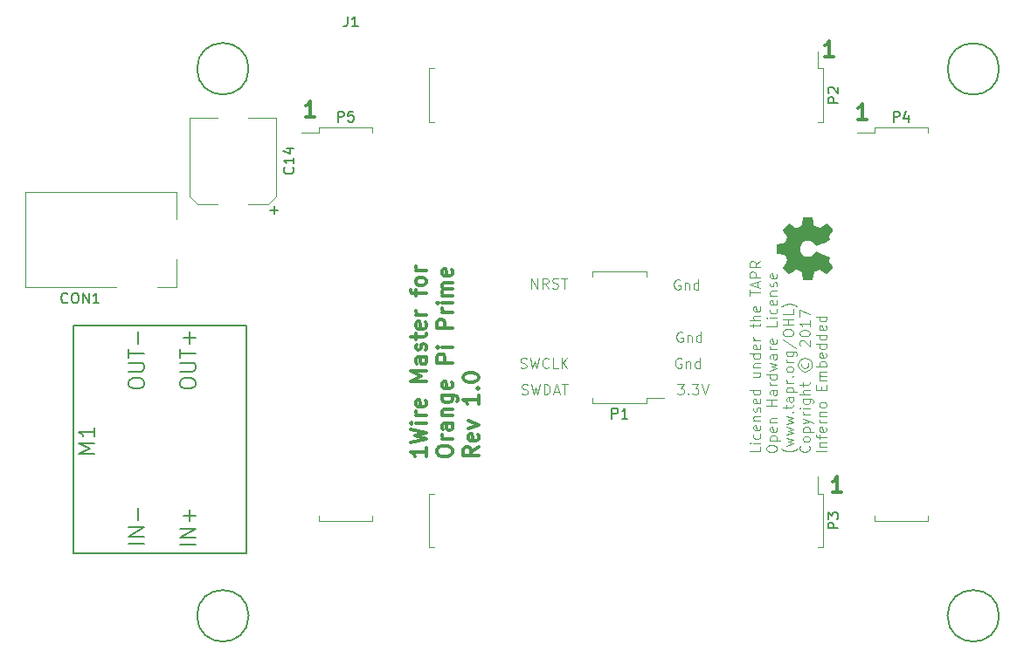
<source format=gto>
G04 #@! TF.FileFunction,Legend,Top*
%FSLAX46Y46*%
G04 Gerber Fmt 4.6, Leading zero omitted, Abs format (unit mm)*
G04 Created by KiCad (PCBNEW 4.0.6) date 06/24/17 11:35:38*
%MOMM*%
%LPD*%
G01*
G04 APERTURE LIST*
%ADD10C,0.100000*%
%ADD11C,0.300000*%
%ADD12C,0.150000*%
%ADD13C,0.120000*%
%ADD14C,0.002540*%
G04 APERTURE END LIST*
D10*
X67610381Y19891286D02*
X67610381Y19415095D01*
X66610381Y19415095D01*
X67610381Y20224619D02*
X66943714Y20224619D01*
X66610381Y20224619D02*
X66658000Y20177000D01*
X66705619Y20224619D01*
X66658000Y20272238D01*
X66610381Y20224619D01*
X66705619Y20224619D01*
X67562762Y21129381D02*
X67610381Y21034143D01*
X67610381Y20843666D01*
X67562762Y20748428D01*
X67515143Y20700809D01*
X67419905Y20653190D01*
X67134190Y20653190D01*
X67038952Y20700809D01*
X66991333Y20748428D01*
X66943714Y20843666D01*
X66943714Y21034143D01*
X66991333Y21129381D01*
X67562762Y21938905D02*
X67610381Y21843667D01*
X67610381Y21653190D01*
X67562762Y21557952D01*
X67467524Y21510333D01*
X67086571Y21510333D01*
X66991333Y21557952D01*
X66943714Y21653190D01*
X66943714Y21843667D01*
X66991333Y21938905D01*
X67086571Y21986524D01*
X67181810Y21986524D01*
X67277048Y21510333D01*
X66943714Y22415095D02*
X67610381Y22415095D01*
X67038952Y22415095D02*
X66991333Y22462714D01*
X66943714Y22557952D01*
X66943714Y22700810D01*
X66991333Y22796048D01*
X67086571Y22843667D01*
X67610381Y22843667D01*
X67562762Y23272238D02*
X67610381Y23367476D01*
X67610381Y23557952D01*
X67562762Y23653191D01*
X67467524Y23700810D01*
X67419905Y23700810D01*
X67324667Y23653191D01*
X67277048Y23557952D01*
X67277048Y23415095D01*
X67229429Y23319857D01*
X67134190Y23272238D01*
X67086571Y23272238D01*
X66991333Y23319857D01*
X66943714Y23415095D01*
X66943714Y23557952D01*
X66991333Y23653191D01*
X67562762Y24510334D02*
X67610381Y24415096D01*
X67610381Y24224619D01*
X67562762Y24129381D01*
X67467524Y24081762D01*
X67086571Y24081762D01*
X66991333Y24129381D01*
X66943714Y24224619D01*
X66943714Y24415096D01*
X66991333Y24510334D01*
X67086571Y24557953D01*
X67181810Y24557953D01*
X67277048Y24081762D01*
X67610381Y25415096D02*
X66610381Y25415096D01*
X67562762Y25415096D02*
X67610381Y25319858D01*
X67610381Y25129381D01*
X67562762Y25034143D01*
X67515143Y24986524D01*
X67419905Y24938905D01*
X67134190Y24938905D01*
X67038952Y24986524D01*
X66991333Y25034143D01*
X66943714Y25129381D01*
X66943714Y25319858D01*
X66991333Y25415096D01*
X66943714Y27081763D02*
X67610381Y27081763D01*
X66943714Y26653191D02*
X67467524Y26653191D01*
X67562762Y26700810D01*
X67610381Y26796048D01*
X67610381Y26938906D01*
X67562762Y27034144D01*
X67515143Y27081763D01*
X66943714Y27557953D02*
X67610381Y27557953D01*
X67038952Y27557953D02*
X66991333Y27605572D01*
X66943714Y27700810D01*
X66943714Y27843668D01*
X66991333Y27938906D01*
X67086571Y27986525D01*
X67610381Y27986525D01*
X67610381Y28891287D02*
X66610381Y28891287D01*
X67562762Y28891287D02*
X67610381Y28796049D01*
X67610381Y28605572D01*
X67562762Y28510334D01*
X67515143Y28462715D01*
X67419905Y28415096D01*
X67134190Y28415096D01*
X67038952Y28462715D01*
X66991333Y28510334D01*
X66943714Y28605572D01*
X66943714Y28796049D01*
X66991333Y28891287D01*
X67562762Y29748430D02*
X67610381Y29653192D01*
X67610381Y29462715D01*
X67562762Y29367477D01*
X67467524Y29319858D01*
X67086571Y29319858D01*
X66991333Y29367477D01*
X66943714Y29462715D01*
X66943714Y29653192D01*
X66991333Y29748430D01*
X67086571Y29796049D01*
X67181810Y29796049D01*
X67277048Y29319858D01*
X67610381Y30224620D02*
X66943714Y30224620D01*
X67134190Y30224620D02*
X67038952Y30272239D01*
X66991333Y30319858D01*
X66943714Y30415096D01*
X66943714Y30510335D01*
X66943714Y31462716D02*
X66943714Y31843668D01*
X66610381Y31605573D02*
X67467524Y31605573D01*
X67562762Y31653192D01*
X67610381Y31748430D01*
X67610381Y31843668D01*
X67610381Y32177002D02*
X66610381Y32177002D01*
X67610381Y32605574D02*
X67086571Y32605574D01*
X66991333Y32557955D01*
X66943714Y32462717D01*
X66943714Y32319859D01*
X66991333Y32224621D01*
X67038952Y32177002D01*
X67562762Y33462717D02*
X67610381Y33367479D01*
X67610381Y33177002D01*
X67562762Y33081764D01*
X67467524Y33034145D01*
X67086571Y33034145D01*
X66991333Y33081764D01*
X66943714Y33177002D01*
X66943714Y33367479D01*
X66991333Y33462717D01*
X67086571Y33510336D01*
X67181810Y33510336D01*
X67277048Y33034145D01*
X66610381Y34557955D02*
X66610381Y35129384D01*
X67610381Y34843669D02*
X66610381Y34843669D01*
X67324667Y35415098D02*
X67324667Y35891289D01*
X67610381Y35319860D02*
X66610381Y35653193D01*
X67610381Y35986527D01*
X67610381Y36319860D02*
X66610381Y36319860D01*
X66610381Y36700813D01*
X66658000Y36796051D01*
X66705619Y36843670D01*
X66800857Y36891289D01*
X66943714Y36891289D01*
X67038952Y36843670D01*
X67086571Y36796051D01*
X67134190Y36700813D01*
X67134190Y36319860D01*
X67610381Y37891289D02*
X67134190Y37557955D01*
X67610381Y37319860D02*
X66610381Y37319860D01*
X66610381Y37700813D01*
X66658000Y37796051D01*
X66705619Y37843670D01*
X66800857Y37891289D01*
X66943714Y37891289D01*
X67038952Y37843670D01*
X67086571Y37796051D01*
X67134190Y37700813D01*
X67134190Y37319860D01*
X68210381Y19605571D02*
X68210381Y19796048D01*
X68258000Y19891286D01*
X68353238Y19986524D01*
X68543714Y20034143D01*
X68877048Y20034143D01*
X69067524Y19986524D01*
X69162762Y19891286D01*
X69210381Y19796048D01*
X69210381Y19605571D01*
X69162762Y19510333D01*
X69067524Y19415095D01*
X68877048Y19367476D01*
X68543714Y19367476D01*
X68353238Y19415095D01*
X68258000Y19510333D01*
X68210381Y19605571D01*
X68543714Y20462714D02*
X69543714Y20462714D01*
X68591333Y20462714D02*
X68543714Y20557952D01*
X68543714Y20748429D01*
X68591333Y20843667D01*
X68638952Y20891286D01*
X68734190Y20938905D01*
X69019905Y20938905D01*
X69115143Y20891286D01*
X69162762Y20843667D01*
X69210381Y20748429D01*
X69210381Y20557952D01*
X69162762Y20462714D01*
X69162762Y21748429D02*
X69210381Y21653191D01*
X69210381Y21462714D01*
X69162762Y21367476D01*
X69067524Y21319857D01*
X68686571Y21319857D01*
X68591333Y21367476D01*
X68543714Y21462714D01*
X68543714Y21653191D01*
X68591333Y21748429D01*
X68686571Y21796048D01*
X68781810Y21796048D01*
X68877048Y21319857D01*
X68543714Y22224619D02*
X69210381Y22224619D01*
X68638952Y22224619D02*
X68591333Y22272238D01*
X68543714Y22367476D01*
X68543714Y22510334D01*
X68591333Y22605572D01*
X68686571Y22653191D01*
X69210381Y22653191D01*
X69210381Y23891286D02*
X68210381Y23891286D01*
X68686571Y23891286D02*
X68686571Y24462715D01*
X69210381Y24462715D02*
X68210381Y24462715D01*
X69210381Y25367477D02*
X68686571Y25367477D01*
X68591333Y25319858D01*
X68543714Y25224620D01*
X68543714Y25034143D01*
X68591333Y24938905D01*
X69162762Y25367477D02*
X69210381Y25272239D01*
X69210381Y25034143D01*
X69162762Y24938905D01*
X69067524Y24891286D01*
X68972286Y24891286D01*
X68877048Y24938905D01*
X68829429Y25034143D01*
X68829429Y25272239D01*
X68781810Y25367477D01*
X69210381Y25843667D02*
X68543714Y25843667D01*
X68734190Y25843667D02*
X68638952Y25891286D01*
X68591333Y25938905D01*
X68543714Y26034143D01*
X68543714Y26129382D01*
X69210381Y26891287D02*
X68210381Y26891287D01*
X69162762Y26891287D02*
X69210381Y26796049D01*
X69210381Y26605572D01*
X69162762Y26510334D01*
X69115143Y26462715D01*
X69019905Y26415096D01*
X68734190Y26415096D01*
X68638952Y26462715D01*
X68591333Y26510334D01*
X68543714Y26605572D01*
X68543714Y26796049D01*
X68591333Y26891287D01*
X68543714Y27272239D02*
X69210381Y27462715D01*
X68734190Y27653192D01*
X69210381Y27843668D01*
X68543714Y28034144D01*
X69210381Y28843668D02*
X68686571Y28843668D01*
X68591333Y28796049D01*
X68543714Y28700811D01*
X68543714Y28510334D01*
X68591333Y28415096D01*
X69162762Y28843668D02*
X69210381Y28748430D01*
X69210381Y28510334D01*
X69162762Y28415096D01*
X69067524Y28367477D01*
X68972286Y28367477D01*
X68877048Y28415096D01*
X68829429Y28510334D01*
X68829429Y28748430D01*
X68781810Y28843668D01*
X69210381Y29319858D02*
X68543714Y29319858D01*
X68734190Y29319858D02*
X68638952Y29367477D01*
X68591333Y29415096D01*
X68543714Y29510334D01*
X68543714Y29605573D01*
X69162762Y30319859D02*
X69210381Y30224621D01*
X69210381Y30034144D01*
X69162762Y29938906D01*
X69067524Y29891287D01*
X68686571Y29891287D01*
X68591333Y29938906D01*
X68543714Y30034144D01*
X68543714Y30224621D01*
X68591333Y30319859D01*
X68686571Y30367478D01*
X68781810Y30367478D01*
X68877048Y29891287D01*
X69210381Y32034145D02*
X69210381Y31557954D01*
X68210381Y31557954D01*
X69210381Y32367478D02*
X68543714Y32367478D01*
X68210381Y32367478D02*
X68258000Y32319859D01*
X68305619Y32367478D01*
X68258000Y32415097D01*
X68210381Y32367478D01*
X68305619Y32367478D01*
X69162762Y33272240D02*
X69210381Y33177002D01*
X69210381Y32986525D01*
X69162762Y32891287D01*
X69115143Y32843668D01*
X69019905Y32796049D01*
X68734190Y32796049D01*
X68638952Y32843668D01*
X68591333Y32891287D01*
X68543714Y32986525D01*
X68543714Y33177002D01*
X68591333Y33272240D01*
X69162762Y34081764D02*
X69210381Y33986526D01*
X69210381Y33796049D01*
X69162762Y33700811D01*
X69067524Y33653192D01*
X68686571Y33653192D01*
X68591333Y33700811D01*
X68543714Y33796049D01*
X68543714Y33986526D01*
X68591333Y34081764D01*
X68686571Y34129383D01*
X68781810Y34129383D01*
X68877048Y33653192D01*
X68543714Y34557954D02*
X69210381Y34557954D01*
X68638952Y34557954D02*
X68591333Y34605573D01*
X68543714Y34700811D01*
X68543714Y34843669D01*
X68591333Y34938907D01*
X68686571Y34986526D01*
X69210381Y34986526D01*
X69162762Y35415097D02*
X69210381Y35510335D01*
X69210381Y35700811D01*
X69162762Y35796050D01*
X69067524Y35843669D01*
X69019905Y35843669D01*
X68924667Y35796050D01*
X68877048Y35700811D01*
X68877048Y35557954D01*
X68829429Y35462716D01*
X68734190Y35415097D01*
X68686571Y35415097D01*
X68591333Y35462716D01*
X68543714Y35557954D01*
X68543714Y35700811D01*
X68591333Y35796050D01*
X69162762Y36653193D02*
X69210381Y36557955D01*
X69210381Y36367478D01*
X69162762Y36272240D01*
X69067524Y36224621D01*
X68686571Y36224621D01*
X68591333Y36272240D01*
X68543714Y36367478D01*
X68543714Y36557955D01*
X68591333Y36653193D01*
X68686571Y36700812D01*
X68781810Y36700812D01*
X68877048Y36224621D01*
X71191333Y19700810D02*
X71143714Y19653190D01*
X71000857Y19557952D01*
X70905619Y19510333D01*
X70762762Y19462714D01*
X70524667Y19415095D01*
X70334190Y19415095D01*
X70096095Y19462714D01*
X69953238Y19510333D01*
X69858000Y19557952D01*
X69715143Y19653190D01*
X69667524Y19700810D01*
X70143714Y19986524D02*
X70810381Y20177000D01*
X70334190Y20367477D01*
X70810381Y20557953D01*
X70143714Y20748429D01*
X70143714Y21034143D02*
X70810381Y21224619D01*
X70334190Y21415096D01*
X70810381Y21605572D01*
X70143714Y21796048D01*
X70143714Y22081762D02*
X70810381Y22272238D01*
X70334190Y22462715D01*
X70810381Y22653191D01*
X70143714Y22843667D01*
X70715143Y23224619D02*
X70762762Y23272238D01*
X70810381Y23224619D01*
X70762762Y23177000D01*
X70715143Y23224619D01*
X70810381Y23224619D01*
X70143714Y23557952D02*
X70143714Y23938904D01*
X69810381Y23700809D02*
X70667524Y23700809D01*
X70762762Y23748428D01*
X70810381Y23843666D01*
X70810381Y23938904D01*
X70810381Y24700810D02*
X70286571Y24700810D01*
X70191333Y24653191D01*
X70143714Y24557953D01*
X70143714Y24367476D01*
X70191333Y24272238D01*
X70762762Y24700810D02*
X70810381Y24605572D01*
X70810381Y24367476D01*
X70762762Y24272238D01*
X70667524Y24224619D01*
X70572286Y24224619D01*
X70477048Y24272238D01*
X70429429Y24367476D01*
X70429429Y24605572D01*
X70381810Y24700810D01*
X70143714Y25177000D02*
X71143714Y25177000D01*
X70191333Y25177000D02*
X70143714Y25272238D01*
X70143714Y25462715D01*
X70191333Y25557953D01*
X70238952Y25605572D01*
X70334190Y25653191D01*
X70619905Y25653191D01*
X70715143Y25605572D01*
X70762762Y25557953D01*
X70810381Y25462715D01*
X70810381Y25272238D01*
X70762762Y25177000D01*
X70810381Y26081762D02*
X70143714Y26081762D01*
X70334190Y26081762D02*
X70238952Y26129381D01*
X70191333Y26177000D01*
X70143714Y26272238D01*
X70143714Y26367477D01*
X70715143Y26700810D02*
X70762762Y26748429D01*
X70810381Y26700810D01*
X70762762Y26653191D01*
X70715143Y26700810D01*
X70810381Y26700810D01*
X70810381Y27319857D02*
X70762762Y27224619D01*
X70715143Y27177000D01*
X70619905Y27129381D01*
X70334190Y27129381D01*
X70238952Y27177000D01*
X70191333Y27224619D01*
X70143714Y27319857D01*
X70143714Y27462715D01*
X70191333Y27557953D01*
X70238952Y27605572D01*
X70334190Y27653191D01*
X70619905Y27653191D01*
X70715143Y27605572D01*
X70762762Y27557953D01*
X70810381Y27462715D01*
X70810381Y27319857D01*
X70810381Y28081762D02*
X70143714Y28081762D01*
X70334190Y28081762D02*
X70238952Y28129381D01*
X70191333Y28177000D01*
X70143714Y28272238D01*
X70143714Y28367477D01*
X70143714Y29129382D02*
X70953238Y29129382D01*
X71048476Y29081763D01*
X71096095Y29034144D01*
X71143714Y28938905D01*
X71143714Y28796048D01*
X71096095Y28700810D01*
X70762762Y29129382D02*
X70810381Y29034144D01*
X70810381Y28843667D01*
X70762762Y28748429D01*
X70715143Y28700810D01*
X70619905Y28653191D01*
X70334190Y28653191D01*
X70238952Y28700810D01*
X70191333Y28748429D01*
X70143714Y28843667D01*
X70143714Y29034144D01*
X70191333Y29129382D01*
X69762762Y30319858D02*
X71048476Y29462715D01*
X69810381Y30843667D02*
X69810381Y31034144D01*
X69858000Y31129382D01*
X69953238Y31224620D01*
X70143714Y31272239D01*
X70477048Y31272239D01*
X70667524Y31224620D01*
X70762762Y31129382D01*
X70810381Y31034144D01*
X70810381Y30843667D01*
X70762762Y30748429D01*
X70667524Y30653191D01*
X70477048Y30605572D01*
X70143714Y30605572D01*
X69953238Y30653191D01*
X69858000Y30748429D01*
X69810381Y30843667D01*
X70810381Y31700810D02*
X69810381Y31700810D01*
X70286571Y31700810D02*
X70286571Y32272239D01*
X70810381Y32272239D02*
X69810381Y32272239D01*
X70810381Y33224620D02*
X70810381Y32748429D01*
X69810381Y32748429D01*
X71191333Y33462715D02*
X71143714Y33510334D01*
X71000857Y33605572D01*
X70905619Y33653191D01*
X70762762Y33700810D01*
X70524667Y33748429D01*
X70334190Y33748429D01*
X70096095Y33700810D01*
X69953238Y33653191D01*
X69858000Y33605572D01*
X69715143Y33510334D01*
X69667524Y33462715D01*
X72315143Y19986524D02*
X72362762Y19938905D01*
X72410381Y19796048D01*
X72410381Y19700810D01*
X72362762Y19557952D01*
X72267524Y19462714D01*
X72172286Y19415095D01*
X71981810Y19367476D01*
X71838952Y19367476D01*
X71648476Y19415095D01*
X71553238Y19462714D01*
X71458000Y19557952D01*
X71410381Y19700810D01*
X71410381Y19796048D01*
X71458000Y19938905D01*
X71505619Y19986524D01*
X72410381Y20557952D02*
X72362762Y20462714D01*
X72315143Y20415095D01*
X72219905Y20367476D01*
X71934190Y20367476D01*
X71838952Y20415095D01*
X71791333Y20462714D01*
X71743714Y20557952D01*
X71743714Y20700810D01*
X71791333Y20796048D01*
X71838952Y20843667D01*
X71934190Y20891286D01*
X72219905Y20891286D01*
X72315143Y20843667D01*
X72362762Y20796048D01*
X72410381Y20700810D01*
X72410381Y20557952D01*
X71743714Y21319857D02*
X72743714Y21319857D01*
X71791333Y21319857D02*
X71743714Y21415095D01*
X71743714Y21605572D01*
X71791333Y21700810D01*
X71838952Y21748429D01*
X71934190Y21796048D01*
X72219905Y21796048D01*
X72315143Y21748429D01*
X72362762Y21700810D01*
X72410381Y21605572D01*
X72410381Y21415095D01*
X72362762Y21319857D01*
X71743714Y22129381D02*
X72410381Y22367476D01*
X71743714Y22605572D02*
X72410381Y22367476D01*
X72648476Y22272238D01*
X72696095Y22224619D01*
X72743714Y22129381D01*
X72410381Y22986524D02*
X71743714Y22986524D01*
X71934190Y22986524D02*
X71838952Y23034143D01*
X71791333Y23081762D01*
X71743714Y23177000D01*
X71743714Y23272239D01*
X72410381Y23605572D02*
X71743714Y23605572D01*
X71410381Y23605572D02*
X71458000Y23557953D01*
X71505619Y23605572D01*
X71458000Y23653191D01*
X71410381Y23605572D01*
X71505619Y23605572D01*
X71743714Y24510334D02*
X72553238Y24510334D01*
X72648476Y24462715D01*
X72696095Y24415096D01*
X72743714Y24319857D01*
X72743714Y24177000D01*
X72696095Y24081762D01*
X72362762Y24510334D02*
X72410381Y24415096D01*
X72410381Y24224619D01*
X72362762Y24129381D01*
X72315143Y24081762D01*
X72219905Y24034143D01*
X71934190Y24034143D01*
X71838952Y24081762D01*
X71791333Y24129381D01*
X71743714Y24224619D01*
X71743714Y24415096D01*
X71791333Y24510334D01*
X72410381Y24986524D02*
X71410381Y24986524D01*
X72410381Y25415096D02*
X71886571Y25415096D01*
X71791333Y25367477D01*
X71743714Y25272239D01*
X71743714Y25129381D01*
X71791333Y25034143D01*
X71838952Y24986524D01*
X71743714Y25748429D02*
X71743714Y26129381D01*
X71410381Y25891286D02*
X72267524Y25891286D01*
X72362762Y25938905D01*
X72410381Y26034143D01*
X72410381Y26129381D01*
X71648476Y28034144D02*
X71600857Y27938906D01*
X71600857Y27748430D01*
X71648476Y27653192D01*
X71743714Y27557954D01*
X71838952Y27510335D01*
X72029429Y27510335D01*
X72124667Y27557954D01*
X72219905Y27653192D01*
X72267524Y27748430D01*
X72267524Y27938906D01*
X72219905Y28034144D01*
X71267524Y27843668D02*
X71315143Y27605573D01*
X71458000Y27367477D01*
X71696095Y27224620D01*
X71934190Y27177001D01*
X72172286Y27224620D01*
X72410381Y27367477D01*
X72553238Y27605573D01*
X72600857Y27843668D01*
X72553238Y28081763D01*
X72410381Y28319858D01*
X72172286Y28462715D01*
X71934190Y28510335D01*
X71696095Y28462715D01*
X71458000Y28319858D01*
X71315143Y28081763D01*
X71267524Y27843668D01*
X71505619Y29653192D02*
X71458000Y29700811D01*
X71410381Y29796049D01*
X71410381Y30034145D01*
X71458000Y30129383D01*
X71505619Y30177002D01*
X71600857Y30224621D01*
X71696095Y30224621D01*
X71838952Y30177002D01*
X72410381Y29605573D01*
X72410381Y30224621D01*
X71410381Y30843668D02*
X71410381Y30938907D01*
X71458000Y31034145D01*
X71505619Y31081764D01*
X71600857Y31129383D01*
X71791333Y31177002D01*
X72029429Y31177002D01*
X72219905Y31129383D01*
X72315143Y31081764D01*
X72362762Y31034145D01*
X72410381Y30938907D01*
X72410381Y30843668D01*
X72362762Y30748430D01*
X72315143Y30700811D01*
X72219905Y30653192D01*
X72029429Y30605573D01*
X71791333Y30605573D01*
X71600857Y30653192D01*
X71505619Y30700811D01*
X71458000Y30748430D01*
X71410381Y30843668D01*
X72410381Y32129383D02*
X72410381Y31557954D01*
X72410381Y31843668D02*
X71410381Y31843668D01*
X71553238Y31748430D01*
X71648476Y31653192D01*
X71696095Y31557954D01*
X71410381Y32462716D02*
X71410381Y33129383D01*
X72410381Y32700811D01*
X74010381Y19415095D02*
X73010381Y19415095D01*
X73343714Y19891285D02*
X74010381Y19891285D01*
X73438952Y19891285D02*
X73391333Y19938904D01*
X73343714Y20034142D01*
X73343714Y20177000D01*
X73391333Y20272238D01*
X73486571Y20319857D01*
X74010381Y20319857D01*
X73343714Y20653190D02*
X73343714Y21034142D01*
X74010381Y20796047D02*
X73153238Y20796047D01*
X73058000Y20843666D01*
X73010381Y20938904D01*
X73010381Y21034142D01*
X73962762Y21748429D02*
X74010381Y21653191D01*
X74010381Y21462714D01*
X73962762Y21367476D01*
X73867524Y21319857D01*
X73486571Y21319857D01*
X73391333Y21367476D01*
X73343714Y21462714D01*
X73343714Y21653191D01*
X73391333Y21748429D01*
X73486571Y21796048D01*
X73581810Y21796048D01*
X73677048Y21319857D01*
X74010381Y22224619D02*
X73343714Y22224619D01*
X73534190Y22224619D02*
X73438952Y22272238D01*
X73391333Y22319857D01*
X73343714Y22415095D01*
X73343714Y22510334D01*
X73343714Y22843667D02*
X74010381Y22843667D01*
X73438952Y22843667D02*
X73391333Y22891286D01*
X73343714Y22986524D01*
X73343714Y23129382D01*
X73391333Y23224620D01*
X73486571Y23272239D01*
X74010381Y23272239D01*
X74010381Y23891286D02*
X73962762Y23796048D01*
X73915143Y23748429D01*
X73819905Y23700810D01*
X73534190Y23700810D01*
X73438952Y23748429D01*
X73391333Y23796048D01*
X73343714Y23891286D01*
X73343714Y24034144D01*
X73391333Y24129382D01*
X73438952Y24177001D01*
X73534190Y24224620D01*
X73819905Y24224620D01*
X73915143Y24177001D01*
X73962762Y24129382D01*
X74010381Y24034144D01*
X74010381Y23891286D01*
X73486571Y25415096D02*
X73486571Y25748430D01*
X74010381Y25891287D02*
X74010381Y25415096D01*
X73010381Y25415096D01*
X73010381Y25891287D01*
X74010381Y26319858D02*
X73343714Y26319858D01*
X73438952Y26319858D02*
X73391333Y26367477D01*
X73343714Y26462715D01*
X73343714Y26605573D01*
X73391333Y26700811D01*
X73486571Y26748430D01*
X74010381Y26748430D01*
X73486571Y26748430D02*
X73391333Y26796049D01*
X73343714Y26891287D01*
X73343714Y27034144D01*
X73391333Y27129382D01*
X73486571Y27177001D01*
X74010381Y27177001D01*
X74010381Y27653191D02*
X73010381Y27653191D01*
X73391333Y27653191D02*
X73343714Y27748429D01*
X73343714Y27938906D01*
X73391333Y28034144D01*
X73438952Y28081763D01*
X73534190Y28129382D01*
X73819905Y28129382D01*
X73915143Y28081763D01*
X73962762Y28034144D01*
X74010381Y27938906D01*
X74010381Y27748429D01*
X73962762Y27653191D01*
X73962762Y28938906D02*
X74010381Y28843668D01*
X74010381Y28653191D01*
X73962762Y28557953D01*
X73867524Y28510334D01*
X73486571Y28510334D01*
X73391333Y28557953D01*
X73343714Y28653191D01*
X73343714Y28843668D01*
X73391333Y28938906D01*
X73486571Y28986525D01*
X73581810Y28986525D01*
X73677048Y28510334D01*
X74010381Y29843668D02*
X73010381Y29843668D01*
X73962762Y29843668D02*
X74010381Y29748430D01*
X74010381Y29557953D01*
X73962762Y29462715D01*
X73915143Y29415096D01*
X73819905Y29367477D01*
X73534190Y29367477D01*
X73438952Y29415096D01*
X73391333Y29462715D01*
X73343714Y29557953D01*
X73343714Y29748430D01*
X73391333Y29843668D01*
X74010381Y30748430D02*
X73010381Y30748430D01*
X73962762Y30748430D02*
X74010381Y30653192D01*
X74010381Y30462715D01*
X73962762Y30367477D01*
X73915143Y30319858D01*
X73819905Y30272239D01*
X73534190Y30272239D01*
X73438952Y30319858D01*
X73391333Y30367477D01*
X73343714Y30462715D01*
X73343714Y30653192D01*
X73391333Y30748430D01*
X73962762Y31605573D02*
X74010381Y31510335D01*
X74010381Y31319858D01*
X73962762Y31224620D01*
X73867524Y31177001D01*
X73486571Y31177001D01*
X73391333Y31224620D01*
X73343714Y31319858D01*
X73343714Y31510335D01*
X73391333Y31605573D01*
X73486571Y31653192D01*
X73581810Y31653192D01*
X73677048Y31177001D01*
X74010381Y32510335D02*
X73010381Y32510335D01*
X73962762Y32510335D02*
X74010381Y32415097D01*
X74010381Y32224620D01*
X73962762Y32129382D01*
X73915143Y32081763D01*
X73819905Y32034144D01*
X73534190Y32034144D01*
X73438952Y32081763D01*
X73391333Y32129382D01*
X73343714Y32224620D01*
X73343714Y32415097D01*
X73391333Y32510335D01*
X44386476Y27535238D02*
X44529333Y27487619D01*
X44767429Y27487619D01*
X44862667Y27535238D01*
X44910286Y27582857D01*
X44957905Y27678095D01*
X44957905Y27773333D01*
X44910286Y27868571D01*
X44862667Y27916190D01*
X44767429Y27963810D01*
X44576952Y28011429D01*
X44481714Y28059048D01*
X44434095Y28106667D01*
X44386476Y28201905D01*
X44386476Y28297143D01*
X44434095Y28392381D01*
X44481714Y28440000D01*
X44576952Y28487619D01*
X44815048Y28487619D01*
X44957905Y28440000D01*
X45291238Y28487619D02*
X45529333Y27487619D01*
X45719810Y28201905D01*
X45910286Y27487619D01*
X46148381Y28487619D01*
X47100762Y27582857D02*
X47053143Y27535238D01*
X46910286Y27487619D01*
X46815048Y27487619D01*
X46672190Y27535238D01*
X46576952Y27630476D01*
X46529333Y27725714D01*
X46481714Y27916190D01*
X46481714Y28059048D01*
X46529333Y28249524D01*
X46576952Y28344762D01*
X46672190Y28440000D01*
X46815048Y28487619D01*
X46910286Y28487619D01*
X47053143Y28440000D01*
X47100762Y28392381D01*
X48005524Y27487619D02*
X47529333Y27487619D01*
X47529333Y28487619D01*
X48338857Y27487619D02*
X48338857Y28487619D01*
X48910286Y27487619D02*
X48481714Y28059048D01*
X48910286Y28487619D02*
X48338857Y27916190D01*
X44513476Y24995238D02*
X44656333Y24947619D01*
X44894429Y24947619D01*
X44989667Y24995238D01*
X45037286Y25042857D01*
X45084905Y25138095D01*
X45084905Y25233333D01*
X45037286Y25328571D01*
X44989667Y25376190D01*
X44894429Y25423810D01*
X44703952Y25471429D01*
X44608714Y25519048D01*
X44561095Y25566667D01*
X44513476Y25661905D01*
X44513476Y25757143D01*
X44561095Y25852381D01*
X44608714Y25900000D01*
X44703952Y25947619D01*
X44942048Y25947619D01*
X45084905Y25900000D01*
X45418238Y25947619D02*
X45656333Y24947619D01*
X45846810Y25661905D01*
X46037286Y24947619D01*
X46275381Y25947619D01*
X46656333Y24947619D02*
X46656333Y25947619D01*
X46894428Y25947619D01*
X47037286Y25900000D01*
X47132524Y25804762D01*
X47180143Y25709524D01*
X47227762Y25519048D01*
X47227762Y25376190D01*
X47180143Y25185714D01*
X47132524Y25090476D01*
X47037286Y24995238D01*
X46894428Y24947619D01*
X46656333Y24947619D01*
X47608714Y25233333D02*
X48084905Y25233333D01*
X47513476Y24947619D02*
X47846809Y25947619D01*
X48180143Y24947619D01*
X48370619Y25947619D02*
X48942048Y25947619D01*
X48656333Y24947619D02*
X48656333Y25947619D01*
X45450095Y35234619D02*
X45450095Y36234619D01*
X46021524Y35234619D01*
X46021524Y36234619D01*
X47069143Y35234619D02*
X46735809Y35710810D01*
X46497714Y35234619D02*
X46497714Y36234619D01*
X46878667Y36234619D01*
X46973905Y36187000D01*
X47021524Y36139381D01*
X47069143Y36044143D01*
X47069143Y35901286D01*
X47021524Y35806048D01*
X46973905Y35758429D01*
X46878667Y35710810D01*
X46497714Y35710810D01*
X47450095Y35282238D02*
X47592952Y35234619D01*
X47831048Y35234619D01*
X47926286Y35282238D01*
X47973905Y35329857D01*
X48021524Y35425095D01*
X48021524Y35520333D01*
X47973905Y35615571D01*
X47926286Y35663190D01*
X47831048Y35710810D01*
X47640571Y35758429D01*
X47545333Y35806048D01*
X47497714Y35853667D01*
X47450095Y35948905D01*
X47450095Y36044143D01*
X47497714Y36139381D01*
X47545333Y36187000D01*
X47640571Y36234619D01*
X47878667Y36234619D01*
X48021524Y36187000D01*
X48307238Y36234619D02*
X48878667Y36234619D01*
X48592952Y35234619D02*
X48592952Y36234619D01*
X59816905Y36060000D02*
X59721667Y36107619D01*
X59578810Y36107619D01*
X59435952Y36060000D01*
X59340714Y35964762D01*
X59293095Y35869524D01*
X59245476Y35679048D01*
X59245476Y35536190D01*
X59293095Y35345714D01*
X59340714Y35250476D01*
X59435952Y35155238D01*
X59578810Y35107619D01*
X59674048Y35107619D01*
X59816905Y35155238D01*
X59864524Y35202857D01*
X59864524Y35536190D01*
X59674048Y35536190D01*
X60293095Y35774286D02*
X60293095Y35107619D01*
X60293095Y35679048D02*
X60340714Y35726667D01*
X60435952Y35774286D01*
X60578810Y35774286D01*
X60674048Y35726667D01*
X60721667Y35631429D01*
X60721667Y35107619D01*
X61626429Y35107619D02*
X61626429Y36107619D01*
X61626429Y35155238D02*
X61531191Y35107619D01*
X61340714Y35107619D01*
X61245476Y35155238D01*
X61197857Y35202857D01*
X61150238Y35298095D01*
X61150238Y35583810D01*
X61197857Y35679048D01*
X61245476Y35726667D01*
X61340714Y35774286D01*
X61531191Y35774286D01*
X61626429Y35726667D01*
X60070905Y30980000D02*
X59975667Y31027619D01*
X59832810Y31027619D01*
X59689952Y30980000D01*
X59594714Y30884762D01*
X59547095Y30789524D01*
X59499476Y30599048D01*
X59499476Y30456190D01*
X59547095Y30265714D01*
X59594714Y30170476D01*
X59689952Y30075238D01*
X59832810Y30027619D01*
X59928048Y30027619D01*
X60070905Y30075238D01*
X60118524Y30122857D01*
X60118524Y30456190D01*
X59928048Y30456190D01*
X60547095Y30694286D02*
X60547095Y30027619D01*
X60547095Y30599048D02*
X60594714Y30646667D01*
X60689952Y30694286D01*
X60832810Y30694286D01*
X60928048Y30646667D01*
X60975667Y30551429D01*
X60975667Y30027619D01*
X61880429Y30027619D02*
X61880429Y31027619D01*
X61880429Y30075238D02*
X61785191Y30027619D01*
X61594714Y30027619D01*
X61499476Y30075238D01*
X61451857Y30122857D01*
X61404238Y30218095D01*
X61404238Y30503810D01*
X61451857Y30599048D01*
X61499476Y30646667D01*
X61594714Y30694286D01*
X61785191Y30694286D01*
X61880429Y30646667D01*
X59943905Y28440000D02*
X59848667Y28487619D01*
X59705810Y28487619D01*
X59562952Y28440000D01*
X59467714Y28344762D01*
X59420095Y28249524D01*
X59372476Y28059048D01*
X59372476Y27916190D01*
X59420095Y27725714D01*
X59467714Y27630476D01*
X59562952Y27535238D01*
X59705810Y27487619D01*
X59801048Y27487619D01*
X59943905Y27535238D01*
X59991524Y27582857D01*
X59991524Y27916190D01*
X59801048Y27916190D01*
X60420095Y28154286D02*
X60420095Y27487619D01*
X60420095Y28059048D02*
X60467714Y28106667D01*
X60562952Y28154286D01*
X60705810Y28154286D01*
X60801048Y28106667D01*
X60848667Y28011429D01*
X60848667Y27487619D01*
X61753429Y27487619D02*
X61753429Y28487619D01*
X61753429Y27535238D02*
X61658191Y27487619D01*
X61467714Y27487619D01*
X61372476Y27535238D01*
X61324857Y27582857D01*
X61277238Y27678095D01*
X61277238Y27963810D01*
X61324857Y28059048D01*
X61372476Y28106667D01*
X61467714Y28154286D01*
X61658191Y28154286D01*
X61753429Y28106667D01*
X59578857Y25947619D02*
X60197905Y25947619D01*
X59864571Y25566667D01*
X60007429Y25566667D01*
X60102667Y25519048D01*
X60150286Y25471429D01*
X60197905Y25376190D01*
X60197905Y25138095D01*
X60150286Y25042857D01*
X60102667Y24995238D01*
X60007429Y24947619D01*
X59721714Y24947619D01*
X59626476Y24995238D01*
X59578857Y25042857D01*
X60626476Y25042857D02*
X60674095Y24995238D01*
X60626476Y24947619D01*
X60578857Y24995238D01*
X60626476Y25042857D01*
X60626476Y24947619D01*
X61007428Y25947619D02*
X61626476Y25947619D01*
X61293142Y25566667D01*
X61436000Y25566667D01*
X61531238Y25519048D01*
X61578857Y25471429D01*
X61626476Y25376190D01*
X61626476Y25138095D01*
X61578857Y25042857D01*
X61531238Y24995238D01*
X61436000Y24947619D01*
X61150285Y24947619D01*
X61055047Y24995238D01*
X61007428Y25042857D01*
X61912190Y25947619D02*
X62245523Y24947619D01*
X62578857Y25947619D01*
D11*
X35212571Y19811857D02*
X35212571Y18954714D01*
X35212571Y19383286D02*
X33712571Y19383286D01*
X33926857Y19240429D01*
X34069714Y19097571D01*
X34141143Y18954714D01*
X33712571Y20311857D02*
X35212571Y20669000D01*
X34141143Y20954714D01*
X35212571Y21240428D01*
X33712571Y21597571D01*
X35212571Y22169000D02*
X34212571Y22169000D01*
X33712571Y22169000D02*
X33784000Y22097571D01*
X33855429Y22169000D01*
X33784000Y22240428D01*
X33712571Y22169000D01*
X33855429Y22169000D01*
X35212571Y22883286D02*
X34212571Y22883286D01*
X34498286Y22883286D02*
X34355429Y22954714D01*
X34284000Y23026143D01*
X34212571Y23169000D01*
X34212571Y23311857D01*
X35141143Y24383285D02*
X35212571Y24240428D01*
X35212571Y23954714D01*
X35141143Y23811857D01*
X34998286Y23740428D01*
X34426857Y23740428D01*
X34284000Y23811857D01*
X34212571Y23954714D01*
X34212571Y24240428D01*
X34284000Y24383285D01*
X34426857Y24454714D01*
X34569714Y24454714D01*
X34712571Y23740428D01*
X35212571Y26240428D02*
X33712571Y26240428D01*
X34784000Y26740428D01*
X33712571Y27240428D01*
X35212571Y27240428D01*
X35212571Y28597571D02*
X34426857Y28597571D01*
X34284000Y28526142D01*
X34212571Y28383285D01*
X34212571Y28097571D01*
X34284000Y27954714D01*
X35141143Y28597571D02*
X35212571Y28454714D01*
X35212571Y28097571D01*
X35141143Y27954714D01*
X34998286Y27883285D01*
X34855429Y27883285D01*
X34712571Y27954714D01*
X34641143Y28097571D01*
X34641143Y28454714D01*
X34569714Y28597571D01*
X35141143Y29240428D02*
X35212571Y29383285D01*
X35212571Y29669000D01*
X35141143Y29811857D01*
X34998286Y29883285D01*
X34926857Y29883285D01*
X34784000Y29811857D01*
X34712571Y29669000D01*
X34712571Y29454714D01*
X34641143Y29311857D01*
X34498286Y29240428D01*
X34426857Y29240428D01*
X34284000Y29311857D01*
X34212571Y29454714D01*
X34212571Y29669000D01*
X34284000Y29811857D01*
X34212571Y30311857D02*
X34212571Y30883286D01*
X33712571Y30526143D02*
X34998286Y30526143D01*
X35141143Y30597571D01*
X35212571Y30740429D01*
X35212571Y30883286D01*
X35141143Y31954714D02*
X35212571Y31811857D01*
X35212571Y31526143D01*
X35141143Y31383286D01*
X34998286Y31311857D01*
X34426857Y31311857D01*
X34284000Y31383286D01*
X34212571Y31526143D01*
X34212571Y31811857D01*
X34284000Y31954714D01*
X34426857Y32026143D01*
X34569714Y32026143D01*
X34712571Y31311857D01*
X35212571Y32669000D02*
X34212571Y32669000D01*
X34498286Y32669000D02*
X34355429Y32740428D01*
X34284000Y32811857D01*
X34212571Y32954714D01*
X34212571Y33097571D01*
X34212571Y34526142D02*
X34212571Y35097571D01*
X35212571Y34740428D02*
X33926857Y34740428D01*
X33784000Y34811856D01*
X33712571Y34954714D01*
X33712571Y35097571D01*
X35212571Y35811857D02*
X35141143Y35668999D01*
X35069714Y35597571D01*
X34926857Y35526142D01*
X34498286Y35526142D01*
X34355429Y35597571D01*
X34284000Y35668999D01*
X34212571Y35811857D01*
X34212571Y36026142D01*
X34284000Y36168999D01*
X34355429Y36240428D01*
X34498286Y36311857D01*
X34926857Y36311857D01*
X35069714Y36240428D01*
X35141143Y36168999D01*
X35212571Y36026142D01*
X35212571Y35811857D01*
X35212571Y36954714D02*
X34212571Y36954714D01*
X34498286Y36954714D02*
X34355429Y37026142D01*
X34284000Y37097571D01*
X34212571Y37240428D01*
X34212571Y37383285D01*
X36262571Y19311857D02*
X36262571Y19597571D01*
X36334000Y19740429D01*
X36476857Y19883286D01*
X36762571Y19954714D01*
X37262571Y19954714D01*
X37548286Y19883286D01*
X37691143Y19740429D01*
X37762571Y19597571D01*
X37762571Y19311857D01*
X37691143Y19169000D01*
X37548286Y19026143D01*
X37262571Y18954714D01*
X36762571Y18954714D01*
X36476857Y19026143D01*
X36334000Y19169000D01*
X36262571Y19311857D01*
X37762571Y20597572D02*
X36762571Y20597572D01*
X37048286Y20597572D02*
X36905429Y20669000D01*
X36834000Y20740429D01*
X36762571Y20883286D01*
X36762571Y21026143D01*
X37762571Y22169000D02*
X36976857Y22169000D01*
X36834000Y22097571D01*
X36762571Y21954714D01*
X36762571Y21669000D01*
X36834000Y21526143D01*
X37691143Y22169000D02*
X37762571Y22026143D01*
X37762571Y21669000D01*
X37691143Y21526143D01*
X37548286Y21454714D01*
X37405429Y21454714D01*
X37262571Y21526143D01*
X37191143Y21669000D01*
X37191143Y22026143D01*
X37119714Y22169000D01*
X36762571Y22883286D02*
X37762571Y22883286D01*
X36905429Y22883286D02*
X36834000Y22954714D01*
X36762571Y23097572D01*
X36762571Y23311857D01*
X36834000Y23454714D01*
X36976857Y23526143D01*
X37762571Y23526143D01*
X36762571Y24883286D02*
X37976857Y24883286D01*
X38119714Y24811857D01*
X38191143Y24740429D01*
X38262571Y24597572D01*
X38262571Y24383286D01*
X38191143Y24240429D01*
X37691143Y24883286D02*
X37762571Y24740429D01*
X37762571Y24454715D01*
X37691143Y24311857D01*
X37619714Y24240429D01*
X37476857Y24169000D01*
X37048286Y24169000D01*
X36905429Y24240429D01*
X36834000Y24311857D01*
X36762571Y24454715D01*
X36762571Y24740429D01*
X36834000Y24883286D01*
X37691143Y26169000D02*
X37762571Y26026143D01*
X37762571Y25740429D01*
X37691143Y25597572D01*
X37548286Y25526143D01*
X36976857Y25526143D01*
X36834000Y25597572D01*
X36762571Y25740429D01*
X36762571Y26026143D01*
X36834000Y26169000D01*
X36976857Y26240429D01*
X37119714Y26240429D01*
X37262571Y25526143D01*
X37762571Y28026143D02*
X36262571Y28026143D01*
X36262571Y28597571D01*
X36334000Y28740429D01*
X36405429Y28811857D01*
X36548286Y28883286D01*
X36762571Y28883286D01*
X36905429Y28811857D01*
X36976857Y28740429D01*
X37048286Y28597571D01*
X37048286Y28026143D01*
X37762571Y29526143D02*
X36762571Y29526143D01*
X36262571Y29526143D02*
X36334000Y29454714D01*
X36405429Y29526143D01*
X36334000Y29597571D01*
X36262571Y29526143D01*
X36405429Y29526143D01*
X37762571Y31383286D02*
X36262571Y31383286D01*
X36262571Y31954714D01*
X36334000Y32097572D01*
X36405429Y32169000D01*
X36548286Y32240429D01*
X36762571Y32240429D01*
X36905429Y32169000D01*
X36976857Y32097572D01*
X37048286Y31954714D01*
X37048286Y31383286D01*
X37762571Y32883286D02*
X36762571Y32883286D01*
X37048286Y32883286D02*
X36905429Y32954714D01*
X36834000Y33026143D01*
X36762571Y33169000D01*
X36762571Y33311857D01*
X37762571Y33811857D02*
X36762571Y33811857D01*
X36262571Y33811857D02*
X36334000Y33740428D01*
X36405429Y33811857D01*
X36334000Y33883285D01*
X36262571Y33811857D01*
X36405429Y33811857D01*
X37762571Y34526143D02*
X36762571Y34526143D01*
X36905429Y34526143D02*
X36834000Y34597571D01*
X36762571Y34740429D01*
X36762571Y34954714D01*
X36834000Y35097571D01*
X36976857Y35169000D01*
X37762571Y35169000D01*
X36976857Y35169000D02*
X36834000Y35240429D01*
X36762571Y35383286D01*
X36762571Y35597571D01*
X36834000Y35740429D01*
X36976857Y35811857D01*
X37762571Y35811857D01*
X37691143Y37097571D02*
X37762571Y36954714D01*
X37762571Y36669000D01*
X37691143Y36526143D01*
X37548286Y36454714D01*
X36976857Y36454714D01*
X36834000Y36526143D01*
X36762571Y36669000D01*
X36762571Y36954714D01*
X36834000Y37097571D01*
X36976857Y37169000D01*
X37119714Y37169000D01*
X37262571Y36454714D01*
X40312571Y19883286D02*
X39598286Y19383286D01*
X40312571Y19026143D02*
X38812571Y19026143D01*
X38812571Y19597571D01*
X38884000Y19740429D01*
X38955429Y19811857D01*
X39098286Y19883286D01*
X39312571Y19883286D01*
X39455429Y19811857D01*
X39526857Y19740429D01*
X39598286Y19597571D01*
X39598286Y19026143D01*
X40241143Y21097571D02*
X40312571Y20954714D01*
X40312571Y20669000D01*
X40241143Y20526143D01*
X40098286Y20454714D01*
X39526857Y20454714D01*
X39384000Y20526143D01*
X39312571Y20669000D01*
X39312571Y20954714D01*
X39384000Y21097571D01*
X39526857Y21169000D01*
X39669714Y21169000D01*
X39812571Y20454714D01*
X39312571Y21669000D02*
X40312571Y22026143D01*
X39312571Y22383285D01*
X40312571Y24883285D02*
X40312571Y24026142D01*
X40312571Y24454714D02*
X38812571Y24454714D01*
X39026857Y24311857D01*
X39169714Y24168999D01*
X39241143Y24026142D01*
X40169714Y25526142D02*
X40241143Y25597570D01*
X40312571Y25526142D01*
X40241143Y25454713D01*
X40169714Y25526142D01*
X40312571Y25526142D01*
X38812571Y26526142D02*
X38812571Y26668999D01*
X38884000Y26811856D01*
X38955429Y26883285D01*
X39098286Y26954714D01*
X39384000Y27026142D01*
X39741143Y27026142D01*
X40026857Y26954714D01*
X40169714Y26883285D01*
X40241143Y26811856D01*
X40312571Y26668999D01*
X40312571Y26526142D01*
X40241143Y26383285D01*
X40169714Y26311856D01*
X40026857Y26240428D01*
X39741143Y26168999D01*
X39384000Y26168999D01*
X39098286Y26240428D01*
X38955429Y26311856D01*
X38884000Y26383285D01*
X38812571Y26526142D01*
X24431572Y51899429D02*
X23574429Y51899429D01*
X24003001Y51899429D02*
X24003001Y53399429D01*
X23860144Y53185143D01*
X23717286Y53042286D01*
X23574429Y52970857D01*
X75485572Y15450429D02*
X74628429Y15450429D01*
X75057001Y15450429D02*
X75057001Y16950429D01*
X74914144Y16736143D01*
X74771286Y16593286D01*
X74628429Y16521857D01*
X77898572Y51645429D02*
X77041429Y51645429D01*
X77470001Y51645429D02*
X77470001Y53145429D01*
X77327144Y52931143D01*
X77184286Y52788286D01*
X77041429Y52716857D01*
X74723572Y57741429D02*
X73866429Y57741429D01*
X74295001Y57741429D02*
X74295001Y59241429D01*
X74152144Y59027143D01*
X74009286Y58884286D01*
X73866429Y58812857D01*
D12*
X17780000Y9525000D02*
X17780000Y31623000D01*
X17780000Y31623000D02*
X1016000Y31623000D01*
X1016000Y31623000D02*
X1016000Y9525000D01*
X1016000Y9525000D02*
X17780000Y9525000D01*
D13*
X5160000Y35405000D02*
X-3640000Y35405000D01*
X-3640000Y35405000D02*
X-3640000Y44605000D01*
X11060000Y38105000D02*
X11060000Y35405000D01*
X11060000Y35405000D02*
X9160000Y35405000D01*
X-3640000Y44605000D02*
X11060000Y44605000D01*
X11060000Y44605000D02*
X11060000Y42005000D01*
X20700000Y51815000D02*
X18020000Y51815000D01*
X12320000Y51815000D02*
X15000000Y51815000D01*
X13080000Y43435000D02*
X15000000Y43435000D01*
X19940000Y43435000D02*
X18020000Y43435000D01*
X20700000Y51815000D02*
X20700000Y44195000D01*
X20700000Y44195000D02*
X19940000Y43435000D01*
X13080000Y43435000D02*
X12320000Y44195000D01*
X12320000Y44195000D02*
X12320000Y51815000D01*
X56575000Y24600000D02*
X56575000Y24070000D01*
X56575000Y24070000D02*
X51375000Y24070000D01*
X51375000Y24070000D02*
X51375000Y24600000D01*
X56575000Y36360000D02*
X56575000Y36890000D01*
X56575000Y36890000D02*
X51375000Y36890000D01*
X51375000Y36890000D02*
X51375000Y36360000D01*
X58245000Y24600000D02*
X56575000Y24600000D01*
X73190000Y56575000D02*
X73720000Y56575000D01*
X73720000Y56575000D02*
X73720000Y51375000D01*
X73720000Y51375000D02*
X73190000Y51375000D01*
X36030000Y56575000D02*
X35500000Y56575000D01*
X35500000Y56575000D02*
X35500000Y51375000D01*
X35500000Y51375000D02*
X36030000Y51375000D01*
X73190000Y58245000D02*
X73190000Y56575000D01*
X73190000Y15300000D02*
X73720000Y15300000D01*
X73720000Y15300000D02*
X73720000Y10100000D01*
X73720000Y10100000D02*
X73190000Y10100000D01*
X36030000Y15300000D02*
X35500000Y15300000D01*
X35500000Y15300000D02*
X35500000Y10100000D01*
X35500000Y10100000D02*
X36030000Y10100000D01*
X73190000Y16970000D02*
X73190000Y15300000D01*
X78680000Y50330000D02*
X78680000Y50860000D01*
X78680000Y50860000D02*
X83880000Y50860000D01*
X83880000Y50860000D02*
X83880000Y50330000D01*
X78680000Y13170000D02*
X78680000Y12640000D01*
X78680000Y12640000D02*
X83880000Y12640000D01*
X83880000Y12640000D02*
X83880000Y13170000D01*
X77010000Y50330000D02*
X78680000Y50330000D01*
X24832000Y50330000D02*
X24832000Y50860000D01*
X24832000Y50860000D02*
X30032000Y50860000D01*
X30032000Y50860000D02*
X30032000Y50330000D01*
X24832000Y13170000D02*
X24832000Y12640000D01*
X24832000Y12640000D02*
X30032000Y12640000D01*
X30032000Y12640000D02*
X30032000Y13170000D01*
X23162000Y50330000D02*
X24832000Y50330000D01*
D12*
X90752000Y3478000D02*
G75*
G03X90752000Y3478000I-2500000J0D01*
G01*
X90752000Y56533000D02*
G75*
G03X90752000Y56533000I-2500000J0D01*
G01*
X18028000Y56553000D02*
G75*
G03X18028000Y56553000I-2500000J0D01*
G01*
X18028000Y3478000D02*
G75*
G03X18028000Y3478000I-2500000J0D01*
G01*
D14*
G36*
X74576940Y40934640D02*
X74559160Y40901620D01*
X74515980Y40833040D01*
X74449940Y40731440D01*
X74371200Y40614600D01*
X74289920Y40495220D01*
X74223880Y40396160D01*
X74180700Y40327580D01*
X74165460Y40299640D01*
X74170540Y40284400D01*
X74198480Y40228520D01*
X74241660Y40147240D01*
X74264520Y40098980D01*
X74297540Y40022780D01*
X74305160Y39987220D01*
X74295000Y39979600D01*
X74236580Y39951660D01*
X74137520Y39908480D01*
X74007980Y39852600D01*
X73855580Y39786560D01*
X73690480Y39717980D01*
X73522840Y39649400D01*
X73365360Y39583360D01*
X73220580Y39522400D01*
X73103740Y39476680D01*
X73022460Y39446200D01*
X72986900Y39433500D01*
X72979280Y39438580D01*
X72943720Y39474140D01*
X72895460Y39540180D01*
X72778620Y39682420D01*
X72603360Y39822120D01*
X72405240Y39908480D01*
X72184260Y39936420D01*
X71981060Y39913560D01*
X71785480Y39832280D01*
X71607680Y39695120D01*
X71475600Y39527480D01*
X71394320Y39334440D01*
X71366380Y39116000D01*
X71389240Y38907720D01*
X71467980Y38707060D01*
X71602600Y38529260D01*
X71688960Y38455600D01*
X71869300Y38351460D01*
X72059800Y38293040D01*
X72108060Y38287960D01*
X72318880Y38295580D01*
X72522080Y38359080D01*
X72702420Y38468300D01*
X72849740Y38623240D01*
X72864980Y38643560D01*
X72918320Y38714680D01*
X72953880Y38762940D01*
X72984360Y38801040D01*
X73632060Y38531800D01*
X73733660Y38488620D01*
X73908920Y38414960D01*
X74061320Y38351460D01*
X74183240Y38298120D01*
X74264520Y38262560D01*
X74297540Y38247320D01*
X74297540Y38244780D01*
X74302620Y38221920D01*
X74284840Y38173660D01*
X74241660Y38082220D01*
X74211180Y38023800D01*
X74178160Y37955220D01*
X74165460Y37924740D01*
X74178160Y37896800D01*
X74221340Y37830760D01*
X74287380Y37736780D01*
X74363580Y37619940D01*
X74439780Y37510720D01*
X74505820Y37409120D01*
X74554080Y37335460D01*
X74571860Y37299900D01*
X74571860Y37294820D01*
X74554080Y37261800D01*
X74505820Y37203380D01*
X74422000Y37117020D01*
X74300080Y36992560D01*
X74282300Y36972240D01*
X74178160Y36870640D01*
X74089260Y36786820D01*
X74028300Y36730940D01*
X74000360Y36710620D01*
X74000360Y36710620D01*
X73964800Y36730940D01*
X73891140Y36776660D01*
X73789540Y36842700D01*
X73667620Y36923980D01*
X73357740Y37139880D01*
X73065640Y37020500D01*
X72974200Y36984940D01*
X72864980Y36939220D01*
X72788780Y36906200D01*
X72753220Y36888420D01*
X72743060Y36855400D01*
X72722740Y36776660D01*
X72699880Y36659820D01*
X72674480Y36520120D01*
X72649080Y36388040D01*
X72626220Y36268660D01*
X72610980Y36182300D01*
X72603360Y36144200D01*
X72595740Y36134040D01*
X72577960Y36126420D01*
X72537320Y36121340D01*
X72463660Y36118800D01*
X72349360Y36116260D01*
X72184260Y36116260D01*
X72166480Y36116260D01*
X72009000Y36118800D01*
X71884540Y36121340D01*
X71803260Y36126420D01*
X71770240Y36131500D01*
X71770240Y36131500D01*
X71760080Y36169600D01*
X71742300Y36253420D01*
X71719440Y36372800D01*
X71691500Y36515040D01*
X71691500Y36525200D01*
X71663560Y36667440D01*
X71638160Y36784280D01*
X71620380Y36868100D01*
X71607680Y36903660D01*
X71597520Y36911280D01*
X71541640Y36939220D01*
X71455280Y36979860D01*
X71348600Y37028120D01*
X71236840Y37073840D01*
X71135240Y37114480D01*
X71061580Y37139880D01*
X71026020Y37147500D01*
X71026020Y37147500D01*
X70993000Y37127180D01*
X70919340Y37078920D01*
X70817740Y37007800D01*
X70695820Y36926520D01*
X70685660Y36918900D01*
X70566280Y36837620D01*
X70464680Y36771580D01*
X70393560Y36728400D01*
X70360540Y36710620D01*
X70358000Y36710620D01*
X70322440Y36738560D01*
X70253860Y36799520D01*
X70162420Y36888420D01*
X70058280Y36992560D01*
X70025260Y37025580D01*
X69910960Y37142420D01*
X69837300Y37223700D01*
X69796660Y37274500D01*
X69786500Y37297360D01*
X69789040Y37299900D01*
X69809360Y37335460D01*
X69860160Y37411660D01*
X69928740Y37513260D01*
X70012560Y37635180D01*
X70017640Y37642800D01*
X70098920Y37764720D01*
X70167500Y37863780D01*
X70213220Y37934900D01*
X70231000Y37965380D01*
X70231000Y37970460D01*
X70218300Y38018720D01*
X70187820Y38105080D01*
X70147180Y38209220D01*
X70104000Y38320980D01*
X70060820Y38422580D01*
X70025260Y38496240D01*
X70004940Y38531800D01*
X70004940Y38534340D01*
X69961760Y38547040D01*
X69870320Y38567360D01*
X69748400Y38592760D01*
X69601080Y38620700D01*
X69578220Y38625780D01*
X69433440Y38651180D01*
X69316600Y38674040D01*
X69235320Y38691820D01*
X69199760Y38699440D01*
X69197220Y38719760D01*
X69192140Y38790880D01*
X69187060Y38897560D01*
X69187060Y39027100D01*
X69187060Y39161720D01*
X69189600Y39293800D01*
X69194680Y39405560D01*
X69199760Y39486840D01*
X69207380Y39522400D01*
X69209920Y39522400D01*
X69253100Y39535100D01*
X69342000Y39555420D01*
X69466460Y39580820D01*
X69613780Y39608760D01*
X69641720Y39613840D01*
X69783960Y39639240D01*
X69900800Y39664640D01*
X69979540Y39682420D01*
X70012560Y39690040D01*
X70017640Y39702740D01*
X70045580Y39761160D01*
X70083680Y39857680D01*
X70131940Y39977060D01*
X70243700Y40251380D01*
X70012560Y40586660D01*
X69992240Y40617140D01*
X69908420Y40739060D01*
X69842380Y40838120D01*
X69799200Y40909240D01*
X69781420Y40937180D01*
X69783960Y40939720D01*
X69811900Y40972740D01*
X69875400Y41038780D01*
X69964300Y41130220D01*
X70068440Y41236900D01*
X70147180Y41315640D01*
X70241160Y41407080D01*
X70304660Y41465500D01*
X70345300Y41498520D01*
X70370700Y41511220D01*
X70388480Y41506140D01*
X70421500Y41485820D01*
X70495160Y41435020D01*
X70599300Y41366440D01*
X70716140Y41285160D01*
X70817740Y41216580D01*
X70929500Y41142920D01*
X71010780Y41097200D01*
X71048880Y41079420D01*
X71066660Y41084500D01*
X71132700Y41107360D01*
X71231760Y41148000D01*
X71351140Y41198800D01*
X71617840Y41315640D01*
X71650860Y41490900D01*
X71671180Y41595040D01*
X71699120Y41744900D01*
X71727060Y41887140D01*
X71770240Y42108120D01*
X72580500Y42115740D01*
X72595740Y42080180D01*
X72605900Y42047160D01*
X72623680Y41965880D01*
X72646540Y41849040D01*
X72671940Y41711880D01*
X72694800Y41592500D01*
X72717660Y41475660D01*
X72732900Y41389300D01*
X72740520Y41351200D01*
X72753220Y41343580D01*
X72811640Y41313100D01*
X72903080Y41269920D01*
X73012300Y41224200D01*
X73126600Y41175940D01*
X73230740Y41135300D01*
X73312020Y41104820D01*
X73352660Y41094660D01*
X73383140Y41109900D01*
X73454260Y41155620D01*
X73553320Y41221660D01*
X73670160Y41300400D01*
X73789540Y41381680D01*
X73888600Y41450260D01*
X73962260Y41498520D01*
X73995280Y41516300D01*
X74018140Y41506140D01*
X74074020Y41460420D01*
X74165460Y41371520D01*
X74297540Y41239440D01*
X74317860Y41216580D01*
X74419460Y41112440D01*
X74500740Y41023540D01*
X74556620Y40962580D01*
X74576940Y40934640D01*
X74576940Y40934640D01*
G37*
X74576940Y40934640D02*
X74559160Y40901620D01*
X74515980Y40833040D01*
X74449940Y40731440D01*
X74371200Y40614600D01*
X74289920Y40495220D01*
X74223880Y40396160D01*
X74180700Y40327580D01*
X74165460Y40299640D01*
X74170540Y40284400D01*
X74198480Y40228520D01*
X74241660Y40147240D01*
X74264520Y40098980D01*
X74297540Y40022780D01*
X74305160Y39987220D01*
X74295000Y39979600D01*
X74236580Y39951660D01*
X74137520Y39908480D01*
X74007980Y39852600D01*
X73855580Y39786560D01*
X73690480Y39717980D01*
X73522840Y39649400D01*
X73365360Y39583360D01*
X73220580Y39522400D01*
X73103740Y39476680D01*
X73022460Y39446200D01*
X72986900Y39433500D01*
X72979280Y39438580D01*
X72943720Y39474140D01*
X72895460Y39540180D01*
X72778620Y39682420D01*
X72603360Y39822120D01*
X72405240Y39908480D01*
X72184260Y39936420D01*
X71981060Y39913560D01*
X71785480Y39832280D01*
X71607680Y39695120D01*
X71475600Y39527480D01*
X71394320Y39334440D01*
X71366380Y39116000D01*
X71389240Y38907720D01*
X71467980Y38707060D01*
X71602600Y38529260D01*
X71688960Y38455600D01*
X71869300Y38351460D01*
X72059800Y38293040D01*
X72108060Y38287960D01*
X72318880Y38295580D01*
X72522080Y38359080D01*
X72702420Y38468300D01*
X72849740Y38623240D01*
X72864980Y38643560D01*
X72918320Y38714680D01*
X72953880Y38762940D01*
X72984360Y38801040D01*
X73632060Y38531800D01*
X73733660Y38488620D01*
X73908920Y38414960D01*
X74061320Y38351460D01*
X74183240Y38298120D01*
X74264520Y38262560D01*
X74297540Y38247320D01*
X74297540Y38244780D01*
X74302620Y38221920D01*
X74284840Y38173660D01*
X74241660Y38082220D01*
X74211180Y38023800D01*
X74178160Y37955220D01*
X74165460Y37924740D01*
X74178160Y37896800D01*
X74221340Y37830760D01*
X74287380Y37736780D01*
X74363580Y37619940D01*
X74439780Y37510720D01*
X74505820Y37409120D01*
X74554080Y37335460D01*
X74571860Y37299900D01*
X74571860Y37294820D01*
X74554080Y37261800D01*
X74505820Y37203380D01*
X74422000Y37117020D01*
X74300080Y36992560D01*
X74282300Y36972240D01*
X74178160Y36870640D01*
X74089260Y36786820D01*
X74028300Y36730940D01*
X74000360Y36710620D01*
X74000360Y36710620D01*
X73964800Y36730940D01*
X73891140Y36776660D01*
X73789540Y36842700D01*
X73667620Y36923980D01*
X73357740Y37139880D01*
X73065640Y37020500D01*
X72974200Y36984940D01*
X72864980Y36939220D01*
X72788780Y36906200D01*
X72753220Y36888420D01*
X72743060Y36855400D01*
X72722740Y36776660D01*
X72699880Y36659820D01*
X72674480Y36520120D01*
X72649080Y36388040D01*
X72626220Y36268660D01*
X72610980Y36182300D01*
X72603360Y36144200D01*
X72595740Y36134040D01*
X72577960Y36126420D01*
X72537320Y36121340D01*
X72463660Y36118800D01*
X72349360Y36116260D01*
X72184260Y36116260D01*
X72166480Y36116260D01*
X72009000Y36118800D01*
X71884540Y36121340D01*
X71803260Y36126420D01*
X71770240Y36131500D01*
X71770240Y36131500D01*
X71760080Y36169600D01*
X71742300Y36253420D01*
X71719440Y36372800D01*
X71691500Y36515040D01*
X71691500Y36525200D01*
X71663560Y36667440D01*
X71638160Y36784280D01*
X71620380Y36868100D01*
X71607680Y36903660D01*
X71597520Y36911280D01*
X71541640Y36939220D01*
X71455280Y36979860D01*
X71348600Y37028120D01*
X71236840Y37073840D01*
X71135240Y37114480D01*
X71061580Y37139880D01*
X71026020Y37147500D01*
X71026020Y37147500D01*
X70993000Y37127180D01*
X70919340Y37078920D01*
X70817740Y37007800D01*
X70695820Y36926520D01*
X70685660Y36918900D01*
X70566280Y36837620D01*
X70464680Y36771580D01*
X70393560Y36728400D01*
X70360540Y36710620D01*
X70358000Y36710620D01*
X70322440Y36738560D01*
X70253860Y36799520D01*
X70162420Y36888420D01*
X70058280Y36992560D01*
X70025260Y37025580D01*
X69910960Y37142420D01*
X69837300Y37223700D01*
X69796660Y37274500D01*
X69786500Y37297360D01*
X69789040Y37299900D01*
X69809360Y37335460D01*
X69860160Y37411660D01*
X69928740Y37513260D01*
X70012560Y37635180D01*
X70017640Y37642800D01*
X70098920Y37764720D01*
X70167500Y37863780D01*
X70213220Y37934900D01*
X70231000Y37965380D01*
X70231000Y37970460D01*
X70218300Y38018720D01*
X70187820Y38105080D01*
X70147180Y38209220D01*
X70104000Y38320980D01*
X70060820Y38422580D01*
X70025260Y38496240D01*
X70004940Y38531800D01*
X70004940Y38534340D01*
X69961760Y38547040D01*
X69870320Y38567360D01*
X69748400Y38592760D01*
X69601080Y38620700D01*
X69578220Y38625780D01*
X69433440Y38651180D01*
X69316600Y38674040D01*
X69235320Y38691820D01*
X69199760Y38699440D01*
X69197220Y38719760D01*
X69192140Y38790880D01*
X69187060Y38897560D01*
X69187060Y39027100D01*
X69187060Y39161720D01*
X69189600Y39293800D01*
X69194680Y39405560D01*
X69199760Y39486840D01*
X69207380Y39522400D01*
X69209920Y39522400D01*
X69253100Y39535100D01*
X69342000Y39555420D01*
X69466460Y39580820D01*
X69613780Y39608760D01*
X69641720Y39613840D01*
X69783960Y39639240D01*
X69900800Y39664640D01*
X69979540Y39682420D01*
X70012560Y39690040D01*
X70017640Y39702740D01*
X70045580Y39761160D01*
X70083680Y39857680D01*
X70131940Y39977060D01*
X70243700Y40251380D01*
X70012560Y40586660D01*
X69992240Y40617140D01*
X69908420Y40739060D01*
X69842380Y40838120D01*
X69799200Y40909240D01*
X69781420Y40937180D01*
X69783960Y40939720D01*
X69811900Y40972740D01*
X69875400Y41038780D01*
X69964300Y41130220D01*
X70068440Y41236900D01*
X70147180Y41315640D01*
X70241160Y41407080D01*
X70304660Y41465500D01*
X70345300Y41498520D01*
X70370700Y41511220D01*
X70388480Y41506140D01*
X70421500Y41485820D01*
X70495160Y41435020D01*
X70599300Y41366440D01*
X70716140Y41285160D01*
X70817740Y41216580D01*
X70929500Y41142920D01*
X71010780Y41097200D01*
X71048880Y41079420D01*
X71066660Y41084500D01*
X71132700Y41107360D01*
X71231760Y41148000D01*
X71351140Y41198800D01*
X71617840Y41315640D01*
X71650860Y41490900D01*
X71671180Y41595040D01*
X71699120Y41744900D01*
X71727060Y41887140D01*
X71770240Y42108120D01*
X72580500Y42115740D01*
X72595740Y42080180D01*
X72605900Y42047160D01*
X72623680Y41965880D01*
X72646540Y41849040D01*
X72671940Y41711880D01*
X72694800Y41592500D01*
X72717660Y41475660D01*
X72732900Y41389300D01*
X72740520Y41351200D01*
X72753220Y41343580D01*
X72811640Y41313100D01*
X72903080Y41269920D01*
X73012300Y41224200D01*
X73126600Y41175940D01*
X73230740Y41135300D01*
X73312020Y41104820D01*
X73352660Y41094660D01*
X73383140Y41109900D01*
X73454260Y41155620D01*
X73553320Y41221660D01*
X73670160Y41300400D01*
X73789540Y41381680D01*
X73888600Y41450260D01*
X73962260Y41498520D01*
X73995280Y41516300D01*
X74018140Y41506140D01*
X74074020Y41460420D01*
X74165460Y41371520D01*
X74297540Y41239440D01*
X74317860Y41216580D01*
X74419460Y41112440D01*
X74500740Y41023540D01*
X74556620Y40962580D01*
X74576940Y40934640D01*
D12*
X3091571Y19232715D02*
X1591571Y19232715D01*
X2663000Y19732715D01*
X1591571Y20232715D01*
X3091571Y20232715D01*
X3091571Y21732715D02*
X3091571Y20875572D01*
X3091571Y21304144D02*
X1591571Y21304144D01*
X1805857Y21161287D01*
X1948714Y21018429D01*
X2020143Y20875572D01*
X11370571Y25892428D02*
X11370571Y26178142D01*
X11442000Y26321000D01*
X11584857Y26463857D01*
X11870571Y26535285D01*
X12370571Y26535285D01*
X12656286Y26463857D01*
X12799143Y26321000D01*
X12870571Y26178142D01*
X12870571Y25892428D01*
X12799143Y25749571D01*
X12656286Y25606714D01*
X12370571Y25535285D01*
X11870571Y25535285D01*
X11584857Y25606714D01*
X11442000Y25749571D01*
X11370571Y25892428D01*
X11370571Y27178143D02*
X12584857Y27178143D01*
X12727714Y27249571D01*
X12799143Y27321000D01*
X12870571Y27463857D01*
X12870571Y27749571D01*
X12799143Y27892429D01*
X12727714Y27963857D01*
X12584857Y28035286D01*
X11370571Y28035286D01*
X11370571Y28535286D02*
X11370571Y29392429D01*
X12870571Y28963858D02*
X11370571Y28963858D01*
X12299143Y29892429D02*
X12299143Y31035286D01*
X12870571Y30463857D02*
X11727714Y30463857D01*
X6417571Y25892428D02*
X6417571Y26178142D01*
X6489000Y26321000D01*
X6631857Y26463857D01*
X6917571Y26535285D01*
X7417571Y26535285D01*
X7703286Y26463857D01*
X7846143Y26321000D01*
X7917571Y26178142D01*
X7917571Y25892428D01*
X7846143Y25749571D01*
X7703286Y25606714D01*
X7417571Y25535285D01*
X6917571Y25535285D01*
X6631857Y25606714D01*
X6489000Y25749571D01*
X6417571Y25892428D01*
X6417571Y27178143D02*
X7631857Y27178143D01*
X7774714Y27249571D01*
X7846143Y27321000D01*
X7917571Y27463857D01*
X7917571Y27749571D01*
X7846143Y27892429D01*
X7774714Y27963857D01*
X7631857Y28035286D01*
X6417571Y28035286D01*
X6417571Y28535286D02*
X6417571Y29392429D01*
X7917571Y28963858D02*
X6417571Y28963858D01*
X7346143Y29892429D02*
X7346143Y31035286D01*
X12870571Y10350714D02*
X11370571Y10350714D01*
X12870571Y11065000D02*
X11370571Y11065000D01*
X12870571Y11922143D01*
X11370571Y11922143D01*
X12299143Y12636429D02*
X12299143Y13779286D01*
X12870571Y13207857D02*
X11727714Y13207857D01*
X7917571Y10477714D02*
X6417571Y10477714D01*
X7917571Y11192000D02*
X6417571Y11192000D01*
X7917571Y12049143D01*
X6417571Y12049143D01*
X7346143Y12763429D02*
X7346143Y13906286D01*
X495715Y33897857D02*
X448096Y33850238D01*
X305239Y33802619D01*
X210001Y33802619D01*
X67143Y33850238D01*
X-28095Y33945476D01*
X-75714Y34040714D01*
X-123333Y34231190D01*
X-123333Y34374048D01*
X-75714Y34564524D01*
X-28095Y34659762D01*
X67143Y34755000D01*
X210001Y34802619D01*
X305239Y34802619D01*
X448096Y34755000D01*
X495715Y34707381D01*
X1114762Y34802619D02*
X1305239Y34802619D01*
X1400477Y34755000D01*
X1495715Y34659762D01*
X1543334Y34469286D01*
X1543334Y34135952D01*
X1495715Y33945476D01*
X1400477Y33850238D01*
X1305239Y33802619D01*
X1114762Y33802619D01*
X1019524Y33850238D01*
X924286Y33945476D01*
X876667Y34135952D01*
X876667Y34469286D01*
X924286Y34659762D01*
X1019524Y34755000D01*
X1114762Y34802619D01*
X1971905Y33802619D02*
X1971905Y34802619D01*
X2543334Y33802619D01*
X2543334Y34802619D01*
X3543334Y33802619D02*
X2971905Y33802619D01*
X3257619Y33802619D02*
X3257619Y34802619D01*
X3162381Y34659762D01*
X3067143Y34564524D01*
X2971905Y34516905D01*
X22317143Y46982143D02*
X22364762Y46934524D01*
X22412381Y46791667D01*
X22412381Y46696429D01*
X22364762Y46553571D01*
X22269524Y46458333D01*
X22174286Y46410714D01*
X21983810Y46363095D01*
X21840952Y46363095D01*
X21650476Y46410714D01*
X21555238Y46458333D01*
X21460000Y46553571D01*
X21412381Y46696429D01*
X21412381Y46791667D01*
X21460000Y46934524D01*
X21507619Y46982143D01*
X22412381Y47934524D02*
X22412381Y47363095D01*
X22412381Y47648809D02*
X21412381Y47648809D01*
X21555238Y47553571D01*
X21650476Y47458333D01*
X21698095Y47363095D01*
X21745714Y48791667D02*
X22412381Y48791667D01*
X21364762Y48553571D02*
X22079048Y48315476D01*
X22079048Y48934524D01*
X20481429Y42464048D02*
X20481429Y43225953D01*
X20862381Y42845001D02*
X20100476Y42845001D01*
X53236905Y22617619D02*
X53236905Y23617619D01*
X53617858Y23617619D01*
X53713096Y23570000D01*
X53760715Y23522381D01*
X53808334Y23427143D01*
X53808334Y23284286D01*
X53760715Y23189048D01*
X53713096Y23141429D01*
X53617858Y23093810D01*
X53236905Y23093810D01*
X54760715Y22617619D02*
X54189286Y22617619D01*
X54475000Y22617619D02*
X54475000Y23617619D01*
X54379762Y23474762D01*
X54284524Y23379524D01*
X54189286Y23331905D01*
X75172381Y53236905D02*
X74172381Y53236905D01*
X74172381Y53617858D01*
X74220000Y53713096D01*
X74267619Y53760715D01*
X74362857Y53808334D01*
X74505714Y53808334D01*
X74600952Y53760715D01*
X74648571Y53713096D01*
X74696190Y53617858D01*
X74696190Y53236905D01*
X74267619Y54189286D02*
X74220000Y54236905D01*
X74172381Y54332143D01*
X74172381Y54570239D01*
X74220000Y54665477D01*
X74267619Y54713096D01*
X74362857Y54760715D01*
X74458095Y54760715D01*
X74600952Y54713096D01*
X75172381Y54141667D01*
X75172381Y54760715D01*
X75172381Y11961905D02*
X74172381Y11961905D01*
X74172381Y12342858D01*
X74220000Y12438096D01*
X74267619Y12485715D01*
X74362857Y12533334D01*
X74505714Y12533334D01*
X74600952Y12485715D01*
X74648571Y12438096D01*
X74696190Y12342858D01*
X74696190Y11961905D01*
X74172381Y12866667D02*
X74172381Y13485715D01*
X74553333Y13152381D01*
X74553333Y13295239D01*
X74600952Y13390477D01*
X74648571Y13438096D01*
X74743810Y13485715D01*
X74981905Y13485715D01*
X75077143Y13438096D01*
X75124762Y13390477D01*
X75172381Y13295239D01*
X75172381Y13009524D01*
X75124762Y12914286D01*
X75077143Y12866667D01*
X80541905Y51407619D02*
X80541905Y52407619D01*
X80922858Y52407619D01*
X81018096Y52360000D01*
X81065715Y52312381D01*
X81113334Y52217143D01*
X81113334Y52074286D01*
X81065715Y51979048D01*
X81018096Y51931429D01*
X80922858Y51883810D01*
X80541905Y51883810D01*
X81970477Y52074286D02*
X81970477Y51407619D01*
X81732381Y52455238D02*
X81494286Y51740952D01*
X82113334Y51740952D01*
X26693905Y51407619D02*
X26693905Y52407619D01*
X27074858Y52407619D01*
X27170096Y52360000D01*
X27217715Y52312381D01*
X27265334Y52217143D01*
X27265334Y52074286D01*
X27217715Y51979048D01*
X27170096Y51931429D01*
X27074858Y51883810D01*
X26693905Y51883810D01*
X28170096Y52407619D02*
X27693905Y52407619D01*
X27646286Y51931429D01*
X27693905Y51979048D01*
X27789143Y52026667D01*
X28027239Y52026667D01*
X28122477Y51979048D01*
X28170096Y51931429D01*
X28217715Y51836190D01*
X28217715Y51598095D01*
X28170096Y51502857D01*
X28122477Y51455238D01*
X28027239Y51407619D01*
X27789143Y51407619D01*
X27693905Y51455238D01*
X27646286Y51502857D01*
X27631667Y61647619D02*
X27631667Y60933333D01*
X27584047Y60790476D01*
X27488809Y60695238D01*
X27345952Y60647619D01*
X27250714Y60647619D01*
X28631667Y60647619D02*
X28060238Y60647619D01*
X28345952Y60647619D02*
X28345952Y61647619D01*
X28250714Y61504762D01*
X28155476Y61409524D01*
X28060238Y61361905D01*
M02*

</source>
